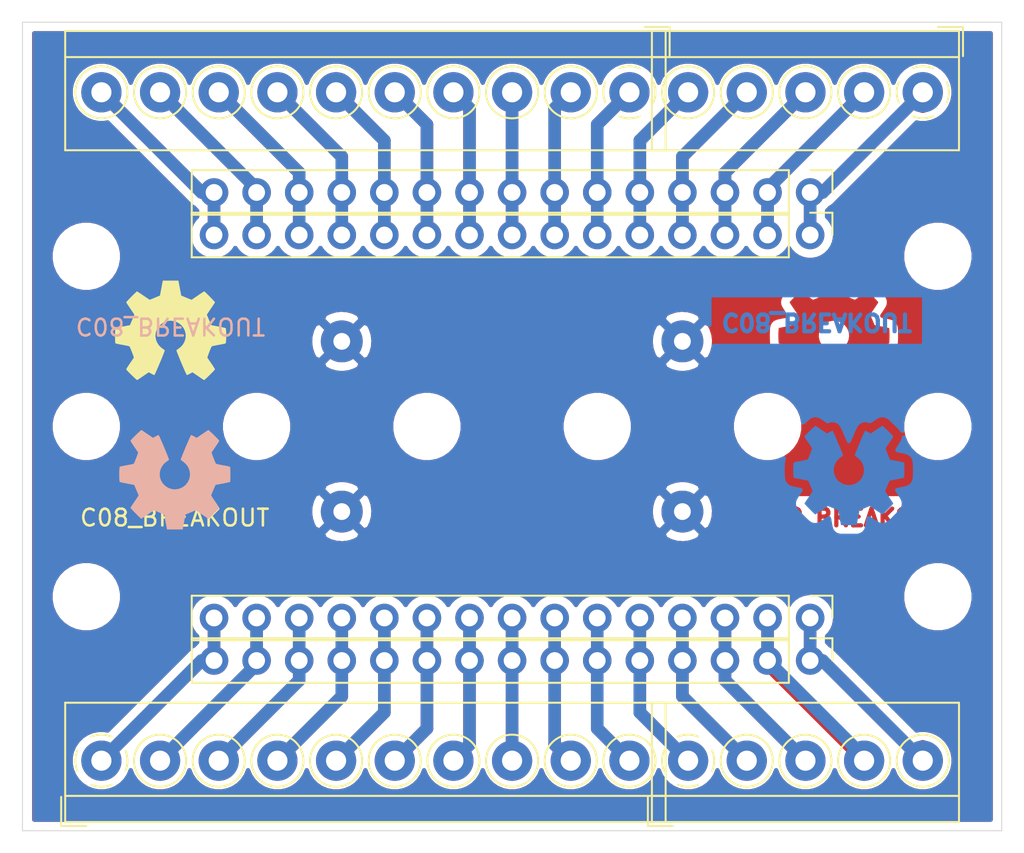
<source format=kicad_pcb>
(kicad_pcb (version 20171130) (host pcbnew 5.1.5-52549c5~86~ubuntu18.04.1)
  (title_block (title "C08 BREAKOUT") (company Galopago))
  (layers (0 F.Cu signal) (31 B.Cu signal) (34 B.Paste user) (35 F.Paste user) (36 B.SilkS user) (37 F.SilkS user) (38 B.Mask user) (39 F.Mask user) (44 Edge.Cuts user))
  (net 0 "")
  (net 1 "Net-(J0-Pad1)")
  (net 2 "Net-(J10-Pad6)")
  (net 3 "Net-(J10-Pad7)")
  (net 4 "Net-(J10-Pad8)")
  (net 5 "Net-(J10-Pad9)")
  (net 6 "Net-(J10-Pad10)")
  (net 7 "Net-(J10-Pad11)")
  (net 8 "Net-(J10-Pad12)")
  (net 9 "Net-(J10-Pad13)")
  (net 10 "Net-(J10-Pad14)")
  (net 11 "Net-(J10-Pad15)")
  (net 12 "Net-(J10-Pad5)")
  (net 13 "Net-(J10-Pad4)")
  (net 14 "Net-(J10-Pad3)")
  (net 15 "Net-(J10-Pad2)")
  (net 16 "Net-(J10-Pad1)")
  (net 17 "Net-(J11-Pad6)")
  (net 18 "Net-(J11-Pad7)")
  (net 19 "Net-(J11-Pad8)")
  (net 20 "Net-(J11-Pad9)")
  (net 21 "Net-(J11-Pad10)")
  (net 22 "Net-(J11-Pad11)")
  (net 23 "Net-(J11-Pad12)")
  (net 24 "Net-(J11-Pad13)")
  (net 25 "Net-(J11-Pad14)")
  (net 26 "Net-(J11-Pad15)")
  (net 27 "Net-(J11-Pad1)")
  (net 28 "Net-(J11-Pad2)")
  (net 29 "Net-(J11-Pad3)")
  (net 30 "Net-(J11-Pad4)")
  (net 31 "Net-(J11-Pad5)")
  (module Connector_PinHeader_2.54mm:PinHeader_1x15_P2.54mm_Vertical (layer F.Cu) (at 66.99 55.56 270)
    (fp_text reference J11 hide)
    (fp_text value Conn_01x15_Female)
    (pad 15 thru_hole oval (at 0 35.56 270) (size 1.7 1.7) (drill 1) (layers *.Cu *.Mask) (net 26 "Net-(J11-Pad15)"))
    (pad 14 thru_hole oval (at 0 33.02 270) (size 1.7 1.7) (drill 1) (layers *.Cu *.Mask) (net 25 "Net-(J11-Pad14)"))
    (pad 13 thru_hole oval (at 0 30.48 270) (size 1.7 1.7) (drill 1) (layers *.Cu *.Mask) (net 24 "Net-(J11-Pad13)"))
    (pad 12 thru_hole oval (at 0 27.94 270) (size 1.7 1.7) (drill 1) (layers *.Cu *.Mask) (net 23 "Net-(J11-Pad12)"))
    (pad 11 thru_hole oval (at 0 25.4 270) (size 1.7 1.7) (drill 1) (layers *.Cu *.Mask) (net 22 "Net-(J11-Pad11)"))
    (pad 10 thru_hole oval (at 0 22.86 270) (size 1.7 1.7) (drill 1) (layers *.Cu *.Mask) (net 21 "Net-(J11-Pad10)"))
    (pad 9 thru_hole oval (at 0 20.32 270) (size 1.7 1.7) (drill 1) (layers *.Cu *.Mask) (net 20 "Net-(J11-Pad9)"))
    (pad 8 thru_hole oval (at 0 17.78 270) (size 1.7 1.7) (drill 1) (layers *.Cu *.Mask) (net 19 "Net-(J11-Pad8)"))
    (pad 7 thru_hole oval (at 0 15.24 270) (size 1.7 1.7) (drill 1) (layers *.Cu *.Mask) (net 18 "Net-(J11-Pad7)"))
    (pad 6 thru_hole oval (at 0 12.7 270) (size 1.7 1.7) (drill 1) (layers *.Cu *.Mask) (net 17 "Net-(J11-Pad6)"))
    (pad 5 thru_hole oval (at 0 10.16 270) (size 1.7 1.7) (drill 1) (layers *.Cu *.Mask) (net 31 "Net-(J11-Pad5)"))
    (pad 4 thru_hole oval (at 0 7.62 270) (size 1.7 1.7) (drill 1) (layers *.Cu *.Mask) (net 30 "Net-(J11-Pad4)"))
    (pad 3 thru_hole oval (at 0 5.08 270) (size 1.7 1.7) (drill 1) (layers *.Cu *.Mask) (net 29 "Net-(J11-Pad3)"))
    (pad 2 thru_hole oval (at 0 2.54 270) (size 1.7 1.7) (drill 1) (layers *.Cu *.Mask) (net 28 "Net-(J11-Pad2)"))
    (pad 1 thru_hole circle (at 0 0 270) (size 1.7 1.7) (drill 1) (layers *.Cu *.Mask) (net 27 "Net-(J11-Pad1)"))
  )
  (module Connector_PinHeader_2.54mm:PinHeader_1x15_P2.54mm_Vertical (layer F.Cu) (at 66.99 32.7 270)
    (fp_text reference J10 hide)
    (fp_text value Conn_01x15_Female)
    (pad 15 thru_hole oval (at 0 35.56 270) (size 1.7 1.7) (drill 1) (layers *.Cu *.Mask) (net 11 "Net-(J10-Pad15)"))
    (pad 14 thru_hole oval (at 0 33.02 270) (size 1.7 1.7) (drill 1) (layers *.Cu *.Mask) (net 10 "Net-(J10-Pad14)"))
    (pad 13 thru_hole oval (at 0 30.48 270) (size 1.7 1.7) (drill 1) (layers *.Cu *.Mask) (net 9 "Net-(J10-Pad13)"))
    (pad 12 thru_hole oval (at 0 27.94 270) (size 1.7 1.7) (drill 1) (layers *.Cu *.Mask) (net 8 "Net-(J10-Pad12)"))
    (pad 11 thru_hole oval (at 0 25.4 270) (size 1.7 1.7) (drill 1) (layers *.Cu *.Mask) (net 7 "Net-(J10-Pad11)"))
    (pad 10 thru_hole oval (at 0 22.86 270) (size 1.7 1.7) (drill 1) (layers *.Cu *.Mask) (net 6 "Net-(J10-Pad10)"))
    (pad 9 thru_hole oval (at 0 20.32 270) (size 1.7 1.7) (drill 1) (layers *.Cu *.Mask) (net 5 "Net-(J10-Pad9)"))
    (pad 8 thru_hole oval (at 0 17.78 270) (size 1.7 1.7) (drill 1) (layers *.Cu *.Mask) (net 4 "Net-(J10-Pad8)"))
    (pad 7 thru_hole oval (at 0 15.24 270) (size 1.7 1.7) (drill 1) (layers *.Cu *.Mask) (net 3 "Net-(J10-Pad7)"))
    (pad 6 thru_hole oval (at 0 12.7 270) (size 1.7 1.7) (drill 1) (layers *.Cu *.Mask) (net 2 "Net-(J10-Pad6)"))
    (pad 5 thru_hole oval (at 0 10.16 270) (size 1.7 1.7) (drill 1) (layers *.Cu *.Mask) (net 12 "Net-(J10-Pad5)"))
    (pad 4 thru_hole oval (at 0 7.62 270) (size 1.7 1.7) (drill 1) (layers *.Cu *.Mask) (net 13 "Net-(J10-Pad4)"))
    (pad 3 thru_hole oval (at 0 5.08 270) (size 1.7 1.7) (drill 1) (layers *.Cu *.Mask) (net 14 "Net-(J10-Pad3)"))
    (pad 2 thru_hole oval (at 0 2.54 270) (size 1.7 1.7) (drill 1) (layers *.Cu *.Mask) (net 15 "Net-(J10-Pad2)"))
    (pad 1 thru_hole circle (at 0 0 270) (size 1.7 1.7) (drill 1) (layers *.Cu *.Mask) (net 16 "Net-(J10-Pad1)"))
  )
  (module TerminalBlock_4Ucon:TerminalBlock_4Ucon_1x05_P3.50mm_Horizontal (layer F.Cu) (at 59.71 64.0792)
    (fp_text reference J7 hide)
    (fp_text value Conn_01x05_Female)
    (pad 5 thru_hole circle (at 14 0) (size 2.4 2.4) (drill 1.2) (layers *.Cu *.Mask) (net 27 "Net-(J11-Pad1)"))
    (pad 4 thru_hole circle (at 10.5 0) (size 2.4 2.4) (drill 1.2) (layers *.Cu *.Mask) (net 28 "Net-(J11-Pad2)"))
    (pad 3 thru_hole circle (at 7 0) (size 2.4 2.4) (drill 1.2) (layers *.Cu *.Mask) (net 29 "Net-(J11-Pad3)"))
    (pad 2 thru_hole circle (at 3.5 0) (size 2.4 2.4) (drill 1.2) (layers *.Cu *.Mask) (net 30 "Net-(J11-Pad4)"))
    (pad 1 thru_hole circle (at 0 0) (size 2.4 2.4) (drill 1.2) (layers *.Cu *.Mask) (net 31 "Net-(J11-Pad5)"))
  )
  (module Connector_PinHeader_2.54mm:PinHeader_1x15_P2.54mm_Vertical (layer F.Cu) (at 66.99 58.1 270)
    (fp_text reference J9 hide)
    (fp_text value Conn_01x15_Female)
    (pad 15 thru_hole oval (at 0 35.56 270) (size 1.7 1.7) (drill 1) (layers *.Cu *.Mask) (net 26 "Net-(J11-Pad15)"))
    (pad 14 thru_hole oval (at 0 33.02 270) (size 1.7 1.7) (drill 1) (layers *.Cu *.Mask) (net 25 "Net-(J11-Pad14)"))
    (pad 13 thru_hole oval (at 0 30.48 270) (size 1.7 1.7) (drill 1) (layers *.Cu *.Mask) (net 24 "Net-(J11-Pad13)"))
    (pad 12 thru_hole oval (at 0 27.94 270) (size 1.7 1.7) (drill 1) (layers *.Cu *.Mask) (net 23 "Net-(J11-Pad12)"))
    (pad 11 thru_hole oval (at 0 25.4 270) (size 1.7 1.7) (drill 1) (layers *.Cu *.Mask) (net 22 "Net-(J11-Pad11)"))
    (pad 10 thru_hole oval (at 0 22.86 270) (size 1.7 1.7) (drill 1) (layers *.Cu *.Mask) (net 21 "Net-(J11-Pad10)"))
    (pad 9 thru_hole oval (at 0 20.32 270) (size 1.7 1.7) (drill 1) (layers *.Cu *.Mask) (net 20 "Net-(J11-Pad9)"))
    (pad 8 thru_hole oval (at 0 17.78 270) (size 1.7 1.7) (drill 1) (layers *.Cu *.Mask) (net 19 "Net-(J11-Pad8)"))
    (pad 7 thru_hole oval (at 0 15.24 270) (size 1.7 1.7) (drill 1) (layers *.Cu *.Mask) (net 18 "Net-(J11-Pad7)"))
    (pad 6 thru_hole oval (at 0 12.7 270) (size 1.7 1.7) (drill 1) (layers *.Cu *.Mask) (net 17 "Net-(J11-Pad6)"))
    (pad 5 thru_hole oval (at 0 10.16 270) (size 1.7 1.7) (drill 1) (layers *.Cu *.Mask) (net 31 "Net-(J11-Pad5)"))
    (pad 4 thru_hole oval (at 0 7.62 270) (size 1.7 1.7) (drill 1) (layers *.Cu *.Mask) (net 30 "Net-(J11-Pad4)"))
    (pad 3 thru_hole oval (at 0 5.08 270) (size 1.7 1.7) (drill 1) (layers *.Cu *.Mask) (net 29 "Net-(J11-Pad3)"))
    (pad 2 thru_hole oval (at 0 2.54 270) (size 1.7 1.7) (drill 1) (layers *.Cu *.Mask) (net 28 "Net-(J11-Pad2)"))
    (pad 1 thru_hole circle (at 0 0 270) (size 1.7 1.7) (drill 1) (layers *.Cu *.Mask) (net 27 "Net-(J11-Pad1)"))
  )
  (module Connector_PinHeader_2.54mm:PinHeader_1x15_P2.54mm_Vertical (layer F.Cu) (at 66.99 30.16 270)
    (fp_text reference J8 hide)
    (fp_text value Conn_01x15_Female)
    (pad 15 thru_hole oval (at 0 35.56 270) (size 1.7 1.7) (drill 1) (layers *.Cu *.Mask) (net 11 "Net-(J10-Pad15)"))
    (pad 14 thru_hole oval (at 0 33.02 270) (size 1.7 1.7) (drill 1) (layers *.Cu *.Mask) (net 10 "Net-(J10-Pad14)"))
    (pad 13 thru_hole oval (at 0 30.48 270) (size 1.7 1.7) (drill 1) (layers *.Cu *.Mask) (net 9 "Net-(J10-Pad13)"))
    (pad 12 thru_hole oval (at 0 27.94 270) (size 1.7 1.7) (drill 1) (layers *.Cu *.Mask) (net 8 "Net-(J10-Pad12)"))
    (pad 11 thru_hole oval (at 0 25.4 270) (size 1.7 1.7) (drill 1) (layers *.Cu *.Mask) (net 7 "Net-(J10-Pad11)"))
    (pad 10 thru_hole oval (at 0 22.86 270) (size 1.7 1.7) (drill 1) (layers *.Cu *.Mask) (net 6 "Net-(J10-Pad10)"))
    (pad 9 thru_hole oval (at 0 20.32 270) (size 1.7 1.7) (drill 1) (layers *.Cu *.Mask) (net 5 "Net-(J10-Pad9)"))
    (pad 8 thru_hole oval (at 0 17.78 270) (size 1.7 1.7) (drill 1) (layers *.Cu *.Mask) (net 4 "Net-(J10-Pad8)"))
    (pad 7 thru_hole oval (at 0 15.24 270) (size 1.7 1.7) (drill 1) (layers *.Cu *.Mask) (net 3 "Net-(J10-Pad7)"))
    (pad 6 thru_hole oval (at 0 12.7 270) (size 1.7 1.7) (drill 1) (layers *.Cu *.Mask) (net 2 "Net-(J10-Pad6)"))
    (pad 5 thru_hole oval (at 0 10.16 270) (size 1.7 1.7) (drill 1) (layers *.Cu *.Mask) (net 12 "Net-(J10-Pad5)"))
    (pad 4 thru_hole oval (at 0 7.62 270) (size 1.7 1.7) (drill 1) (layers *.Cu *.Mask) (net 13 "Net-(J10-Pad4)"))
    (pad 3 thru_hole oval (at 0 5.08 270) (size 1.7 1.7) (drill 1) (layers *.Cu *.Mask) (net 14 "Net-(J10-Pad3)"))
    (pad 2 thru_hole oval (at 0 2.54 270) (size 1.7 1.7) (drill 1) (layers *.Cu *.Mask) (net 15 "Net-(J10-Pad2)"))
    (pad 1 thru_hole circle (at 0 0 270) (size 1.7 1.7) (drill 1) (layers *.Cu *.Mask) (net 16 "Net-(J10-Pad1)"))
  )
  (module TerminalBlock_4Ucon:TerminalBlock_4Ucon_1x05_P3.50mm_Horizontal (layer F.Cu) (at 73.71 24.1808 180)
    (fp_text reference J5 hide)
    (fp_text value Conn_01x05_Female)
    (pad 5 thru_hole circle (at 14 0 180) (size 2.4 2.4) (drill 1.2) (layers *.Cu *.Mask) (net 12 "Net-(J10-Pad5)"))
    (pad 4 thru_hole circle (at 10.5 0 180) (size 2.4 2.4) (drill 1.2) (layers *.Cu *.Mask) (net 13 "Net-(J10-Pad4)"))
    (pad 3 thru_hole circle (at 7 0 180) (size 2.4 2.4) (drill 1.2) (layers *.Cu *.Mask) (net 14 "Net-(J10-Pad3)"))
    (pad 2 thru_hole circle (at 3.5 0 180) (size 2.4 2.4) (drill 1.2) (layers *.Cu *.Mask) (net 15 "Net-(J10-Pad2)"))
    (pad 1 thru_hole circle (at 0 0 180) (size 2.4 2.4) (drill 1.2) (layers *.Cu *.Mask) (net 16 "Net-(J10-Pad1)"))
  )
  (module Symbol:OSHW-Symbol_6.7x6mm_Copper (layer B.Cu) (at 69.2912 47.0408)
    (fp_text reference REF** hide)
    (fp_text value OSHW-Symbol_6.7x6mm_Copper hide)
    (fp_poly (pts (xy 0.555814 2.531069) (xy 0.639635 2.086445) (xy 0.94892 1.958947) (xy 1.258206 1.831449) (xy 1.629246 2.083754) (xy 1.733157 2.154004) (xy 1.827087 2.216728) (xy 1.906652 2.269062) (xy 1.96747 2.308143) (xy 2.005157 2.331107) (xy 2.015421 2.336058) (xy 2.03391 2.323324) (xy 2.07342 2.288118) (xy 2.129522 2.234938) (xy 2.197787 2.168282) (xy 2.273786 2.092646) (xy 2.353092 2.012528) (xy 2.431275 1.932426) (xy 2.503907 1.856836) (xy 2.566559 1.790255) (xy 2.614803 1.737182) (xy 2.64421 1.702113) (xy 2.651241 1.690377) (xy 2.641123 1.66874) (xy 2.612759 1.621338) (xy 2.569129 1.552807) (xy 2.513218 1.467785) (xy 2.448006 1.370907) (xy 2.410219 1.31565) (xy 2.341343 1.214752) (xy 2.28014 1.123701) (xy 2.229578 1.04703) (xy 2.192628 0.989272) (xy 2.172258 0.954957) (xy 2.169197 0.947746) (xy 2.176136 0.927252) (xy 2.195051 0.879487) (xy 2.223087 0.811168) (xy 2.257391 0.729011) (xy 2.295109 0.63973) (xy 2.333387 0.550042) (xy 2.36937 0.466662) (xy 2.400206 0.396306) (xy 2.423039 0.34569) (xy 2.435017 0.321529) (xy 2.435724 0.320578) (xy 2.454531 0.315964) (xy 2.504618 0.305672) (xy 2.580793 0.290713) (xy 2.677865 0.272099) (xy 2.790643 0.250841) (xy 2.856442 0.238582) (xy 2.97695 0.215638) (xy 3.085797 0.193805) (xy 3.177476 0.174278) (xy 3.246481 0.158252) (xy 3.287304 0.146921) (xy 3.295511 0.143326) (xy 3.303548 0.118994) (xy 3.310033 0.064041) (xy 3.31497 -0.015108) (xy 3.318364 -0.112026) (xy 3.320218 -0.220287) (xy 3.320538 -0.333465) (xy 3.319327 -0.445135) (xy 3.31659 -0.548868) (xy 3.312331 -0.638241) (xy 3.306555 -0.706826) (xy 3.299267 -0.748197) (xy 3.294895 -0.75681) (xy 3.268764 -0.767133) (xy 3.213393 -0.781892) (xy 3.136107 -0.799352) (xy 3.04423 -0.81778) (xy 3.012158 -0.823741) (xy 2.857524 -0.852066) (xy 2.735375 -0.874876) (xy 2.641673 -0.89308) (xy 2.572384 -0.907583) (xy 2.523471 -0.919292) (xy 2.490897 -0.929115) (xy 2.470628 -0.937956) (xy 2.458626 -0.946724) (xy 2.456947 -0.948457) (xy 2.440184 -0.976371) (xy 2.414614 -1.030695) (xy 2.382788 -1.104777) (xy 2.34726 -1.191965) (xy 2.310583 -1.285608) (xy 2.275311 -1.379052) (xy 2.243996 -1.465647) (xy 2.219193 -1.53874) (xy 2.203454 -1.591678) (xy 2.199332 -1.617811) (xy 2.199676 -1.618726) (xy 2.213641 -1.640086) (xy 2.245322 -1.687084) (xy 2.291391 -1.754827) (xy 2.348518 -1.838423) (xy 2.413373 -1.932982) (xy 2.431843 -1.959854) (xy 2.497699 -2.057275) (xy 2.55565 -2.146163) (xy 2.602538 -2.221412) (xy 2.635207 -2.27792) (xy 2.6505 -2.310581) (xy 2.651241 -2.314593) (xy 2.638392 -2.335684) (xy 2.602888 -2.377464) (xy 2.549293 -2.435445) (xy 2.482171 -2.505135) (xy 2.406087 -2.582045) (xy 2.325604 -2.661683) (xy 2.245287 -2.739561) (xy 2.169699 -2.811186) (xy 2.103405 -2.87207) (xy 2.050969 -2.917721) (xy 2.016955 -2.94365) (xy 2.007545 -2.947883) (xy 1.985643 -2.937912) (xy 1.9408 -2.91102) (xy 1.880321 -2.871736) (xy 1.833789 -2.840117) (xy 1.749475 -2.782098) (xy 1.649626 -2.713784) (xy 1.549473 -2.645579) (xy 1.495627 -2.609075) (xy 1.313371 -2.4858) (xy 1.160381 -2.56852) (xy 1.090682 -2.604759) (xy 1.031414 -2.632926) (xy 0.991311 -2.648991) (xy 0.981103 -2.651226) (xy 0.968829 -2.634722) (xy 0.944613 -2.588082) (xy 0.910263 -2.515609) (xy 0.867588 -2.421606) (xy 0.818394 -2.310374) (xy 0.76449 -2.186215) (xy 0.707684 -2.053432) (xy 0.649782 -1.916327) (xy 0.592593 -1.779202) (xy 0.537924 -1.646358) (xy 0.487584 -1.522098) (xy 0.44338 -1.410725) (xy 0.407119 -1.316539) (xy 0.380609 -1.243844) (xy 0.365658 -1.196941) (xy 0.363254 -1.180833) (xy 0.382311 -1.160286) (xy 0.424036 -1.126933) (xy 0.479706 -1.087702) (xy 0.484378 -1.084599) (xy 0.628264 -0.969423) (xy 0.744283 -0.835053) (xy 0.83143 -0.685784) (xy 0.888699 -0.525913) (xy 0.915086 -0.359737) (xy 0.909585 -0.191552) (xy 0.87119 -0.025655) (xy 0.798895 0.133658) (xy 0.777626 0.168513) (xy 0.666996 0.309263) (xy 0.536302 0.422286) (xy 0.390064 0.506997) (xy 0.232808 0.562806) (xy 0.069057 0.589126) (xy -0.096667 0.58537) (xy -0.259838 0.55095) (xy -0.415935 0.485277) (xy -0.560433 0.387765) (xy -0.605131 0.348187) (xy -0.718888 0.224297) (xy -0.801782 0.093876) (xy -0.858644 -0.052315) (xy -0.890313 -0.197088) (xy -0.898131 -0.35986) (xy -0.872062 -0.52344) (xy -0.814755 -0.682298) (xy -0.728856 -0.830906) (xy -0.617014 -0.963735) (xy -0.481877 -1.075256) (xy -0.464117 -1.087011) (xy -0.40785 -1.125508) (xy -0.365077 -1.158863) (xy -0.344628 -1.18016) (xy -0.344331 -1.180833) (xy -0.348721 -1.203871) (xy -0.366124 -1.256157) (xy -0.394732 -1.33339) (xy -0.432735 -1.431268) (xy -0.478326 -1.545491) (xy -0.529697 -1.671758) (xy -0.585038 -1.805767) (xy -0.642542 -1.943218) (xy -0.700399 -2.079808) (xy -0.756802 -2.211237) (xy -0.809942 -2.333205) (xy -0.85801 -2.441409) (xy -0.899199 -2.531549) (xy -0.931699 -2.599323) (xy -0.953703 -2.64043) (xy -0.962564 -2.651226) (xy -0.98964 -2.642819) (xy -1.040303 -2.620272) (xy -1.105817 -2.587613) (xy -1.141841 -2.56852) (xy -1.294832 -2.4858) (xy -1.477088 -2.609075) (xy -1.570125 -2.672228) (xy -1.671985 -2.741727) (xy -1.767438 -2.807165) (xy -1.81525 -2.840117) (xy -1.882495 -2.885273) (xy -1.939436 -2.921057) (xy -1.978646 -2.942938) (xy -1.991381 -2.947563) (xy -2.009917 -2.935085) (xy -2.050941 -2.900252) (xy -2.110475 -2.846678) (xy -2.184542 -2.777983) (xy -2.269165 -2.697781) (xy -2.322685 -2.646286) (xy -2.416319 -2.554286) (xy -2.497241 -2.471999) (xy -2.562177 -2.402945) (xy -2.607858 -2.350644) (xy -2.631011 -2.318616) (xy -2.633232 -2.312116) (xy -2.622924 -2.287394) (xy -2.594439 -2.237405) (xy -2.550937 -2.167212) (xy -2.495577 -2.081875) (xy -2.43152 -1.986456) (xy -2.413303 -1.959854) (xy -2.346927 -1.863167) (xy -2.287378 -1.776117) (xy -2.237984 -1.703595) (xy -2.202075 -1.650493) (xy -2.182981 -1.621703) (xy -2.181136 -1.618726) (xy -2.183895 -1.595782) (xy -2.198538 -1.545336) (xy -2.222513 -1.474041) (xy -2.253266 -1.388547) (xy -2.288244 -1.295507) (xy -2.324893 -1.201574) (xy -2.360661 -1.113399) (xy -2.392994 -1.037634) (xy -2.419338 -0.980931) (xy -2.437142 -0.949943) (xy -2.438407 -0.948457) (xy -2.449294 -0.939601) (xy -2.467682 -0.930843) (xy -2.497606 -0.921277) (xy -2.543103 -0.909996) (xy -2.608209 -0.896093) (xy -2.696961 -0.878663) (xy -2.813393 -0.856798) (xy -2.961542 -0.829591) (xy -2.993618 -0.823741) (xy -3.088686 -0.805374) (xy -3.171565 -0.787405) (xy -3.23493 -0.771569) (xy -3.271458 -0.7596) (xy -3.276356 -0.75681) (xy -3.284427 -0.732072) (xy -3.290987 -0.67679) (xy -3.296033 -0.597389) (xy -3.299559 -0.500296) (xy -3.301561 -0.391938) (xy -3.302036 -0.27874) (xy -3.300977 -0.167128) (xy -3.298382 -0.063529) (xy -3.294246 0.025632) (xy -3.288563 0.093928) (xy -3.281331 0.134934) (xy -3.276971 0.143326) (xy -3.252698 0.151792) (xy -3.197426 0.165565) (xy -3.116662 0.18345) (xy -3.015912 0.204252) (xy -2.900683 0.226777) (xy -2.837902 0.238582) (xy -2.718787 0.260849) (xy -2.612565 0.281021) (xy -2.524427 0.298085) (xy -2.459566 0.311031) (xy -2.423174 0.318845) (xy -2.417184 0.320578) (xy -2.407061 0.34011) (xy -2.385662 0.387157) (xy -2.355839 0.454997) (xy -2.320445 0.536909) (xy -2.282332 0.626172) (xy -2.244353 0.716065) (xy -2.20936 0.799865) (xy -2.180206 0.870853) (xy -2.159743 0.922306) (xy -2.150823 0.947503) (xy -2.150657 0.948604) (xy -2.160769 0.968481) (xy -2.189117 1.014223) (xy -2.232723 1.081283) (xy -2.288606 1.165116) (xy -2.353787 1.261174) (xy -2.391679 1.31635) (xy -2.460725 1.417519) (xy -2.52205 1.50937) (xy -2.572663 1.587256) (xy -2.609571 1.646531) (xy -2.629782 1.682549) (xy -2.632701 1.690623) (xy -2.620153 1.709416) (xy -2.585463 1.749543) (xy -2.533063 1.806507) (xy -2.467384 1.875815) (xy -2.392856 1.952969) (xy -2.313913 2.033475) (xy -2.234983 2.112837) (xy -2.1605 2.18656) (xy -2.094894 2.250148) (xy -2.042596 2.299106) (xy -2.008039 2.328939) (xy -1.996478 2.336058) (xy -1.977654 2.326047) (xy -1.932631 2.297922) (xy -1.865787 2.254546) (xy -1.781499 2.198782) (xy -1.684144 2.133494) (xy -1.610707 2.083754) (xy -1.239667 1.831449) (xy -0.621095 2.086445) (xy -0.537275 2.531069) (xy -0.453454 2.975693) (xy 0.471994 2.975693) (xy 0.555814 2.531069)) (layer B.Cu) (width 0.01))
  )
  (module Symbol:OSHW-Symbol_6.7x6mm_Copper (layer F.Cu) (at 68.4022 38.4048)
    (fp_text reference REF** hide)
    (fp_text value OSHW-Symbol_6.7x6mm_Copper hide)
    (fp_poly (pts (xy 0.555814 -2.531069) (xy 0.639635 -2.086445) (xy 0.94892 -1.958947) (xy 1.258206 -1.831449) (xy 1.629246 -2.083754) (xy 1.733157 -2.154004) (xy 1.827087 -2.216728) (xy 1.906652 -2.269062) (xy 1.96747 -2.308143) (xy 2.005157 -2.331107) (xy 2.015421 -2.336058) (xy 2.03391 -2.323324) (xy 2.07342 -2.288118) (xy 2.129522 -2.234938) (xy 2.197787 -2.168282) (xy 2.273786 -2.092646) (xy 2.353092 -2.012528) (xy 2.431275 -1.932426) (xy 2.503907 -1.856836) (xy 2.566559 -1.790255) (xy 2.614803 -1.737182) (xy 2.64421 -1.702113) (xy 2.651241 -1.690377) (xy 2.641123 -1.66874) (xy 2.612759 -1.621338) (xy 2.569129 -1.552807) (xy 2.513218 -1.467785) (xy 2.448006 -1.370907) (xy 2.410219 -1.31565) (xy 2.341343 -1.214752) (xy 2.28014 -1.123701) (xy 2.229578 -1.04703) (xy 2.192628 -0.989272) (xy 2.172258 -0.954957) (xy 2.169197 -0.947746) (xy 2.176136 -0.927252) (xy 2.195051 -0.879487) (xy 2.223087 -0.811168) (xy 2.257391 -0.729011) (xy 2.295109 -0.63973) (xy 2.333387 -0.550042) (xy 2.36937 -0.466662) (xy 2.400206 -0.396306) (xy 2.423039 -0.34569) (xy 2.435017 -0.321529) (xy 2.435724 -0.320578) (xy 2.454531 -0.315964) (xy 2.504618 -0.305672) (xy 2.580793 -0.290713) (xy 2.677865 -0.272099) (xy 2.790643 -0.250841) (xy 2.856442 -0.238582) (xy 2.97695 -0.215638) (xy 3.085797 -0.193805) (xy 3.177476 -0.174278) (xy 3.246481 -0.158252) (xy 3.287304 -0.146921) (xy 3.295511 -0.143326) (xy 3.303548 -0.118994) (xy 3.310033 -0.064041) (xy 3.31497 0.015108) (xy 3.318364 0.112026) (xy 3.320218 0.220287) (xy 3.320538 0.333465) (xy 3.319327 0.445135) (xy 3.31659 0.548868) (xy 3.312331 0.638241) (xy 3.306555 0.706826) (xy 3.299267 0.748197) (xy 3.294895 0.75681) (xy 3.268764 0.767133) (xy 3.213393 0.781892) (xy 3.136107 0.799352) (xy 3.04423 0.81778) (xy 3.012158 0.823741) (xy 2.857524 0.852066) (xy 2.735375 0.874876) (xy 2.641673 0.89308) (xy 2.572384 0.907583) (xy 2.523471 0.919292) (xy 2.490897 0.929115) (xy 2.470628 0.937956) (xy 2.458626 0.946724) (xy 2.456947 0.948457) (xy 2.440184 0.976371) (xy 2.414614 1.030695) (xy 2.382788 1.104777) (xy 2.34726 1.191965) (xy 2.310583 1.285608) (xy 2.275311 1.379052) (xy 2.243996 1.465647) (xy 2.219193 1.53874) (xy 2.203454 1.591678) (xy 2.199332 1.617811) (xy 2.199676 1.618726) (xy 2.213641 1.640086) (xy 2.245322 1.687084) (xy 2.291391 1.754827) (xy 2.348518 1.838423) (xy 2.413373 1.932982) (xy 2.431843 1.959854) (xy 2.497699 2.057275) (xy 2.55565 2.146163) (xy 2.602538 2.221412) (xy 2.635207 2.27792) (xy 2.6505 2.310581) (xy 2.651241 2.314593) (xy 2.638392 2.335684) (xy 2.602888 2.377464) (xy 2.549293 2.435445) (xy 2.482171 2.505135) (xy 2.406087 2.582045) (xy 2.325604 2.661683) (xy 2.245287 2.739561) (xy 2.169699 2.811186) (xy 2.103405 2.87207) (xy 2.050969 2.917721) (xy 2.016955 2.94365) (xy 2.007545 2.947883) (xy 1.985643 2.937912) (xy 1.9408 2.91102) (xy 1.880321 2.871736) (xy 1.833789 2.840117) (xy 1.749475 2.782098) (xy 1.649626 2.713784) (xy 1.549473 2.645579) (xy 1.495627 2.609075) (xy 1.313371 2.4858) (xy 1.160381 2.56852) (xy 1.090682 2.604759) (xy 1.031414 2.632926) (xy 0.991311 2.648991) (xy 0.981103 2.651226) (xy 0.968829 2.634722) (xy 0.944613 2.588082) (xy 0.910263 2.515609) (xy 0.867588 2.421606) (xy 0.818394 2.310374) (xy 0.76449 2.186215) (xy 0.707684 2.053432) (xy 0.649782 1.916327) (xy 0.592593 1.779202) (xy 0.537924 1.646358) (xy 0.487584 1.522098) (xy 0.44338 1.410725) (xy 0.407119 1.316539) (xy 0.380609 1.243844) (xy 0.365658 1.196941) (xy 0.363254 1.180833) (xy 0.382311 1.160286) (xy 0.424036 1.126933) (xy 0.479706 1.087702) (xy 0.484378 1.084599) (xy 0.628264 0.969423) (xy 0.744283 0.835053) (xy 0.83143 0.685784) (xy 0.888699 0.525913) (xy 0.915086 0.359737) (xy 0.909585 0.191552) (xy 0.87119 0.025655) (xy 0.798895 -0.133658) (xy 0.777626 -0.168513) (xy 0.666996 -0.309263) (xy 0.536302 -0.422286) (xy 0.390064 -0.506997) (xy 0.232808 -0.562806) (xy 0.069057 -0.589126) (xy -0.096667 -0.58537) (xy -0.259838 -0.55095) (xy -0.415935 -0.485277) (xy -0.560433 -0.387765) (xy -0.605131 -0.348187) (xy -0.718888 -0.224297) (xy -0.801782 -0.093876) (xy -0.858644 0.052315) (xy -0.890313 0.197088) (xy -0.898131 0.35986) (xy -0.872062 0.52344) (xy -0.814755 0.682298) (xy -0.728856 0.830906) (xy -0.617014 0.963735) (xy -0.481877 1.075256) (xy -0.464117 1.087011) (xy -0.40785 1.125508) (xy -0.365077 1.158863) (xy -0.344628 1.18016) (xy -0.344331 1.180833) (xy -0.348721 1.203871) (xy -0.366124 1.256157) (xy -0.394732 1.33339) (xy -0.432735 1.431268) (xy -0.478326 1.545491) (xy -0.529697 1.671758) (xy -0.585038 1.805767) (xy -0.642542 1.943218) (xy -0.700399 2.079808) (xy -0.756802 2.211237) (xy -0.809942 2.333205) (xy -0.85801 2.441409) (xy -0.899199 2.531549) (xy -0.931699 2.599323) (xy -0.953703 2.64043) (xy -0.962564 2.651226) (xy -0.98964 2.642819) (xy -1.040303 2.620272) (xy -1.105817 2.587613) (xy -1.141841 2.56852) (xy -1.294832 2.4858) (xy -1.477088 2.609075) (xy -1.570125 2.672228) (xy -1.671985 2.741727) (xy -1.767438 2.807165) (xy -1.81525 2.840117) (xy -1.882495 2.885273) (xy -1.939436 2.921057) (xy -1.978646 2.942938) (xy -1.991381 2.947563) (xy -2.009917 2.935085) (xy -2.050941 2.900252) (xy -2.110475 2.846678) (xy -2.184542 2.777983) (xy -2.269165 2.697781) (xy -2.322685 2.646286) (xy -2.416319 2.554286) (xy -2.497241 2.471999) (xy -2.562177 2.402945) (xy -2.607858 2.350644) (xy -2.631011 2.318616) (xy -2.633232 2.312116) (xy -2.622924 2.287394) (xy -2.594439 2.237405) (xy -2.550937 2.167212) (xy -2.495577 2.081875) (xy -2.43152 1.986456) (xy -2.413303 1.959854) (xy -2.346927 1.863167) (xy -2.287378 1.776117) (xy -2.237984 1.703595) (xy -2.202075 1.650493) (xy -2.182981 1.621703) (xy -2.181136 1.618726) (xy -2.183895 1.595782) (xy -2.198538 1.545336) (xy -2.222513 1.474041) (xy -2.253266 1.388547) (xy -2.288244 1.295507) (xy -2.324893 1.201574) (xy -2.360661 1.113399) (xy -2.392994 1.037634) (xy -2.419338 0.980931) (xy -2.437142 0.949943) (xy -2.438407 0.948457) (xy -2.449294 0.939601) (xy -2.467682 0.930843) (xy -2.497606 0.921277) (xy -2.543103 0.909996) (xy -2.608209 0.896093) (xy -2.696961 0.878663) (xy -2.813393 0.856798) (xy -2.961542 0.829591) (xy -2.993618 0.823741) (xy -3.088686 0.805374) (xy -3.171565 0.787405) (xy -3.23493 0.771569) (xy -3.271458 0.7596) (xy -3.276356 0.75681) (xy -3.284427 0.732072) (xy -3.290987 0.67679) (xy -3.296033 0.597389) (xy -3.299559 0.500296) (xy -3.301561 0.391938) (xy -3.302036 0.27874) (xy -3.300977 0.167128) (xy -3.298382 0.063529) (xy -3.294246 -0.025632) (xy -3.288563 -0.093928) (xy -3.281331 -0.134934) (xy -3.276971 -0.143326) (xy -3.252698 -0.151792) (xy -3.197426 -0.165565) (xy -3.116662 -0.18345) (xy -3.015912 -0.204252) (xy -2.900683 -0.226777) (xy -2.837902 -0.238582) (xy -2.718787 -0.260849) (xy -2.612565 -0.281021) (xy -2.524427 -0.298085) (xy -2.459566 -0.311031) (xy -2.423174 -0.318845) (xy -2.417184 -0.320578) (xy -2.407061 -0.34011) (xy -2.385662 -0.387157) (xy -2.355839 -0.454997) (xy -2.320445 -0.536909) (xy -2.282332 -0.626172) (xy -2.244353 -0.716065) (xy -2.20936 -0.799865) (xy -2.180206 -0.870853) (xy -2.159743 -0.922306) (xy -2.150823 -0.947503) (xy -2.150657 -0.948604) (xy -2.160769 -0.968481) (xy -2.189117 -1.014223) (xy -2.232723 -1.081283) (xy -2.288606 -1.165116) (xy -2.353787 -1.261174) (xy -2.391679 -1.31635) (xy -2.460725 -1.417519) (xy -2.52205 -1.50937) (xy -2.572663 -1.587256) (xy -2.609571 -1.646531) (xy -2.629782 -1.682549) (xy -2.632701 -1.690623) (xy -2.620153 -1.709416) (xy -2.585463 -1.749543) (xy -2.533063 -1.806507) (xy -2.467384 -1.875815) (xy -2.392856 -1.952969) (xy -2.313913 -2.033475) (xy -2.234983 -2.112837) (xy -2.1605 -2.18656) (xy -2.094894 -2.250148) (xy -2.042596 -2.299106) (xy -2.008039 -2.328939) (xy -1.996478 -2.336058) (xy -1.977654 -2.326047) (xy -1.932631 -2.297922) (xy -1.865787 -2.254546) (xy -1.781499 -2.198782) (xy -1.684144 -2.133494) (xy -1.610707 -2.083754) (xy -1.239667 -1.831449) (xy -0.621095 -2.086445) (xy -0.537275 -2.531069) (xy -0.453454 -2.975693) (xy 0.471994 -2.975693) (xy 0.555814 -2.531069)) (layer F.Cu) (width 0.01))
  )
  (module Symbol:OSHW-Symbol_6.7x6mm_SilkScreen (layer B.Cu) (at 29.083 47.2948)
    (fp_text reference REF** hide)
    (fp_text value OSHW-Symbol_6.7x6mm_SilkScreen hide)
  )
  (module Symbol:OSHW-Symbol_6.7x6mm_SilkScreen (layer F.Cu) (at 28.829 38.4048)
    (fp_text reference REF** hide)
    (fp_text value OSHW-Symbol_6.7x6mm_SilkScreen hide)
  )
  (module TerminalBlock_4Ucon:TerminalBlock_4Ucon_1x10_P3.50mm_Horizontal (layer F.Cu) (at 24.71 64.0792)
    (fp_text reference J6 hide)
    (fp_text value Conn_01x10_Female)
    (pad 10 thru_hole circle (at 31.5 0) (size 2.4 2.4) (drill 1.2) (layers *.Cu *.Mask) (net 17 "Net-(J11-Pad6)"))
    (pad 9 thru_hole circle (at 28 0) (size 2.4 2.4) (drill 1.2) (layers *.Cu *.Mask) (net 18 "Net-(J11-Pad7)"))
    (pad 8 thru_hole circle (at 24.5 0) (size 2.4 2.4) (drill 1.2) (layers *.Cu *.Mask) (net 19 "Net-(J11-Pad8)"))
    (pad 7 thru_hole circle (at 21 0) (size 2.4 2.4) (drill 1.2) (layers *.Cu *.Mask) (net 20 "Net-(J11-Pad9)"))
    (pad 6 thru_hole circle (at 17.5 0) (size 2.4 2.4) (drill 1.2) (layers *.Cu *.Mask) (net 21 "Net-(J11-Pad10)"))
    (pad 5 thru_hole circle (at 14 0) (size 2.4 2.4) (drill 1.2) (layers *.Cu *.Mask) (net 22 "Net-(J11-Pad11)"))
    (pad 4 thru_hole circle (at 10.5 0) (size 2.4 2.4) (drill 1.2) (layers *.Cu *.Mask) (net 23 "Net-(J11-Pad12)"))
    (pad 3 thru_hole circle (at 7 0) (size 2.4 2.4) (drill 1.2) (layers *.Cu *.Mask) (net 24 "Net-(J11-Pad13)"))
    (pad 2 thru_hole circle (at 3.5 0) (size 2.4 2.4) (drill 1.2) (layers *.Cu *.Mask) (net 25 "Net-(J11-Pad14)"))
    (pad 1 thru_hole circle (at 0 0) (size 2.4 2.4) (drill 1.2) (layers *.Cu *.Mask) (net 26 "Net-(J11-Pad15)"))
  )
  (module TerminalBlock_4Ucon:TerminalBlock_4Ucon_1x10_P3.50mm_Horizontal (layer F.Cu) (at 56.21 24.1808 180)
    (fp_text reference J4 hide)
    (fp_text value Conn_01x10_Female)
    (pad 1 thru_hole circle (at 0 0 180) (size 2.4 2.4) (drill 1.2) (layers *.Cu *.Mask) (net 2 "Net-(J10-Pad6)"))
    (pad 2 thru_hole circle (at 3.5 0 180) (size 2.4 2.4) (drill 1.2) (layers *.Cu *.Mask) (net 3 "Net-(J10-Pad7)"))
    (pad 3 thru_hole circle (at 7 0 180) (size 2.4 2.4) (drill 1.2) (layers *.Cu *.Mask) (net 4 "Net-(J10-Pad8)"))
    (pad 4 thru_hole circle (at 10.5 0 180) (size 2.4 2.4) (drill 1.2) (layers *.Cu *.Mask) (net 5 "Net-(J10-Pad9)"))
    (pad 5 thru_hole circle (at 14 0 180) (size 2.4 2.4) (drill 1.2) (layers *.Cu *.Mask) (net 6 "Net-(J10-Pad10)"))
    (pad 6 thru_hole circle (at 17.5 0 180) (size 2.4 2.4) (drill 1.2) (layers *.Cu *.Mask) (net 7 "Net-(J10-Pad11)"))
    (pad 7 thru_hole circle (at 21 0 180) (size 2.4 2.4) (drill 1.2) (layers *.Cu *.Mask) (net 8 "Net-(J10-Pad12)"))
    (pad 8 thru_hole circle (at 24.5 0 180) (size 2.4 2.4) (drill 1.2) (layers *.Cu *.Mask) (net 9 "Net-(J10-Pad13)"))
    (pad 9 thru_hole circle (at 28 0 180) (size 2.4 2.4) (drill 1.2) (layers *.Cu *.Mask) (net 10 "Net-(J10-Pad14)"))
    (pad 10 thru_hole circle (at 31.5 0 180) (size 2.4 2.4) (drill 1.2) (layers *.Cu *.Mask) (net 11 "Net-(J10-Pad15)"))
  )
  (module Connector_Wire:SolderWirePad_1x01_Drill1mm (layer F.Cu) (at 59.37 49.21)
    (fp_text reference J3 hide)
    (fp_text value Conn_01x01_Male)
    (pad 1 thru_hole circle (at 0 0) (size 2.49936 2.49936) (drill 1.00076) (layers *.Cu *.Mask) (net 1 "Net-(J0-Pad1)"))
  )
  (module Connector_Wire:SolderWirePad_1x01_Drill1mm (layer F.Cu) (at 59.37 39.05)
    (fp_text reference J2 hide)
    (fp_text value Conn_01x01_Male)
    (pad 1 thru_hole circle (at 0 0) (size 2.49936 2.49936) (drill 1.00076) (layers *.Cu *.Mask) (net 1 "Net-(J0-Pad1)"))
  )
  (module Connector_Wire:SolderWirePad_1x01_Drill1mm (layer F.Cu) (at 39.05 39.05)
    (fp_text reference J1 hide)
    (fp_text value Conn_01x01_Male)
    (pad 1 thru_hole circle (at 0 0) (size 2.49936 2.49936) (drill 1.00076) (layers *.Cu *.Mask) (net 1 "Net-(J0-Pad1)"))
  )
  (module Connector_Wire:SolderWirePad_1x01_Drill1mm (layer F.Cu) (at 39.05 49.21)
    (fp_text reference J0 hide)
    (fp_text value Conn_01x01_Male)
    (pad 1 thru_hole circle (at 0 0) (size 2.49936 2.49936) (drill 1.00076) (layers *.Cu *.Mask) (net 1 "Net-(J0-Pad1)"))
  )
  (module MountingHole:MountingHole_3mm (layer F.Cu) (at 74.61 54.29)
    (fp_text reference HD6 hide)
    (fp_text value MountingHole)
    (pad 1 np_thru_hole circle (at 0 0) (size 3 3) (drill 3) (layers *.Cu *.Mask))
  )
  (module MountingHole:MountingHole_3mm (layer F.Cu) (at 23.81 54.29)
    (fp_text reference HD0 hide)
    (fp_text value MountingHole)
    (pad 1 np_thru_hole circle (at 0 0) (size 3 3) (drill 3) (layers *.Cu *.Mask))
  )
  (module MountingHole:MountingHole_3mm (layer F.Cu) (at 74.61 44.13)
    (fp_text reference HC5 hide)
    (fp_text value MountingHole)
    (pad 1 np_thru_hole circle (at 0 0) (size 3 3) (drill 3) (layers *.Cu *.Mask))
  )
  (module MountingHole:MountingHole_3mm (layer F.Cu) (at 64.45 44.13)
    (fp_text reference HC4 hide)
    (fp_text value MountingHole)
    (pad 1 np_thru_hole circle (at 0 0) (size 3 3) (drill 3) (layers *.Cu *.Mask))
  )
  (module MountingHole:MountingHole_3mm (layer F.Cu) (at 54.29 44.13)
    (fp_text reference HC3 hide)
    (fp_text value MountingHole)
    (pad 1 np_thru_hole circle (at 0 0) (size 3 3) (drill 3) (layers *.Cu *.Mask))
  )
  (module MountingHole:MountingHole_3mm (layer F.Cu) (at 44.13 44.13)
    (fp_text reference HC2 hide)
    (fp_text value MountingHole)
    (pad 1 np_thru_hole circle (at 0 0) (size 3 3) (drill 3) (layers *.Cu *.Mask))
  )
  (module MountingHole:MountingHole_3mm (layer F.Cu) (at 33.97 44.13)
    (fp_text reference HC1 hide)
    (fp_text value MountingHole)
    (pad 1 np_thru_hole circle (at 0 0) (size 3 3) (drill 3) (layers *.Cu *.Mask))
  )
  (module MountingHole:MountingHole_3mm (layer F.Cu) (at 23.81 44.13)
    (fp_text reference HC0 hide)
    (fp_text value MountingHole)
    (pad 1 np_thru_hole circle (at 0 0) (size 3 3) (drill 3) (layers *.Cu *.Mask))
  )
  (module MountingHole:MountingHole_3mm (layer F.Cu) (at 74.61 33.97)
    (fp_text reference HB6 hide)
    (fp_text value MountingHole)
    (pad 1 np_thru_hole circle (at 0 0) (size 3 3) (drill 3) (layers *.Cu *.Mask))
  )
  (module MountingHole:MountingHole_3mm (layer F.Cu) (at 23.81 33.97)
    (fp_text reference HB0 hide)
    (fp_text value MountingHole)
    (pad 1 np_thru_hole circle (at 0 0) (size 3 3) (drill 3) (layers *.Cu *.Mask))
  )
  (gr_text C08_BREAKOUT (at 69.2912 49.5808) (layer F.Cu) (effects (font (size 1 1) (thickness 0.25))))
  (gr_text C08_BREAKOUT (at 67.3862 37.8968 -180) (layer B.Cu) (effects (font (size 1 1) (thickness 0.25)) (justify mirror)))
  (gr_text C08_BREAKOUT (at 29.083 49.5808) (layer F.SilkS) (effects (font (size 1 1))))
  (gr_text C08_BREAKOUT (at 28.829 38.1508 -180) (layer B.SilkS) (effects (font (size 1 1)) (justify mirror)))
  (gr_line (start 78.42 20) (end 78.42 68.26) (layer Edge.Cuts) (width 0.05))
  (gr_line (start 20 68.26) (end 78.42 68.26) (layer Edge.Cuts) (width 0.05))
  (gr_line (start 20 20) (end 78.42 20) (layer Edge.Cuts) (width 0.05))
  (gr_line (start 20 20) (end 20 68.26) (layer Edge.Cuts) (width 0.05))
  (segment (start 54.29 32.7) (end 54.29 30.16) (width 0.75) (layer F.Cu) (net 2))
  (segment (start 54.29 26.1008) (end 56.21 24.1808) (width 0.75) (layer F.Cu) (net 2))
  (segment (start 54.29 30.16) (end 54.29 26.1008) (width 0.75) (layer F.Cu) (net 2))
  (segment (start 54.29 30.16) (end 54.29 32.7) (width 0.75) (layer B.Cu) (net 2))
  (segment (start 54.29 26.1008) (end 56.21 24.1808) (width 0.75) (layer B.Cu) (net 2))
  (segment (start 54.29 30.16) (end 54.29 26.1008) (width 0.75) (layer B.Cu) (net 2))
  (segment (start 51.75 32.7) (end 51.75 30.16) (width 0.75) (layer F.Cu) (net 3))
  (segment (start 51.75 25.1408) (end 52.71 24.1808) (width 0.75) (layer F.Cu) (net 3))
  (segment (start 51.75 30.16) (end 51.75 25.1408) (width 0.75) (layer F.Cu) (net 3))
  (segment (start 51.75 30.16) (end 51.75 32.7) (width 0.75) (layer B.Cu) (net 3))
  (segment (start 51.75 25.1408) (end 52.71 24.1808) (width 0.75) (layer B.Cu) (net 3))
  (segment (start 51.75 30.16) (end 51.75 25.1408) (width 0.75) (layer B.Cu) (net 3))
  (segment (start 49.21 32.7) (end 49.21 30.16) (width 0.75) (layer F.Cu) (net 4))
  (segment (start 49.21 30.16) (end 49.21 24.1808) (width 0.75) (layer F.Cu) (net 4))
  (segment (start 49.21 30.16) (end 49.21 32.7) (width 0.75) (layer B.Cu) (net 4))
  (segment (start 49.21 30.16) (end 49.21 24.1808) (width 0.75) (layer B.Cu) (net 4))
  (segment (start 46.67 32.7) (end 46.67 30.16) (width 0.75) (layer F.Cu) (net 5))
  (segment (start 46.67 25.1408) (end 45.71 24.1808) (width 0.75) (layer F.Cu) (net 5))
  (segment (start 46.67 30.16) (end 46.67 25.1408) (width 0.75) (layer F.Cu) (net 5))
  (segment (start 46.67 32.7) (end 46.67 30.16) (width 0.75) (layer B.Cu) (net 5))
  (segment (start 46.67 25.1408) (end 45.71 24.1808) (width 0.75) (layer B.Cu) (net 5))
  (segment (start 46.67 30.16) (end 46.67 25.1408) (width 0.75) (layer B.Cu) (net 5))
  (segment (start 44.13 32.7) (end 44.13 30.16) (width 0.75) (layer F.Cu) (net 6))
  (segment (start 44.13 26.1008) (end 42.21 24.1808) (width 0.75) (layer F.Cu) (net 6))
  (segment (start 44.13 30.16) (end 44.13 26.1008) (width 0.75) (layer F.Cu) (net 6))
  (segment (start 44.13 30.16) (end 44.13 32.7) (width 0.75) (layer B.Cu) (net 6))
  (segment (start 44.13 26.1008) (end 42.21 24.1808) (width 0.75) (layer B.Cu) (net 6))
  (segment (start 44.13 30.16) (end 44.13 26.1008) (width 0.75) (layer B.Cu) (net 6))
  (segment (start 41.59 32.7) (end 41.59 30.16) (width 0.75) (layer F.Cu) (net 7))
  (segment (start 41.59 27.0608) (end 38.71 24.1808) (width 0.75) (layer F.Cu) (net 7))
  (segment (start 41.59 30.16) (end 41.59 27.0608) (width 0.75) (layer F.Cu) (net 7))
  (segment (start 41.59 30.16) (end 41.59 32.7) (width 0.75) (layer B.Cu) (net 7))
  (segment (start 41.59 27.0608) (end 38.71 24.1808) (width 0.75) (layer B.Cu) (net 7))
  (segment (start 41.59 30.16) (end 41.59 27.0608) (width 0.75) (layer B.Cu) (net 7))
  (segment (start 39.05 28.0208) (end 39.05 30.16) (width 0.75) (layer F.Cu) (net 8))
  (segment (start 35.21 24.1808) (end 39.05 28.0208) (width 0.75) (layer F.Cu) (net 8))
  (segment (start 39.05 30.16) (end 39.05 32.7) (width 0.75) (layer F.Cu) (net 8))
  (segment (start 39.05 30.16) (end 39.05 32.7) (width 0.75) (layer B.Cu) (net 8))
  (segment (start 39.05 28.0208) (end 35.21 24.1808) (width 0.75) (layer B.Cu) (net 8))
  (segment (start 39.05 30.16) (end 39.05 28.0208) (width 0.75) (layer B.Cu) (net 8))
  (segment (start 36.51 32.7) (end 36.51 30.16) (width 0.75) (layer F.Cu) (net 9))
  (segment (start 36.51 28.9808) (end 36.51 30.16) (width 0.75) (layer F.Cu) (net 9))
  (segment (start 31.71 24.1808) (end 36.51 28.9808) (width 0.75) (layer F.Cu) (net 9))
  (segment (start 36.51 32.7) (end 36.51 30.16) (width 0.75) (layer B.Cu) (net 9))
  (segment (start 36.51 28.9808) (end 36.51 30.16) (width 0.75) (layer B.Cu) (net 9))
  (segment (start 31.71 24.1808) (end 36.51 28.9808) (width 0.75) (layer B.Cu) (net 9))
  (segment (start 33.97 29.9408) (end 33.97 30.16) (width 0.75) (layer F.Cu) (net 10))
  (segment (start 28.21 24.1808) (end 33.97 29.9408) (width 0.75) (layer F.Cu) (net 10))
  (segment (start 33.97 30.16) (end 33.97 32.7) (width 0.75) (layer F.Cu) (net 10))
  (segment (start 33.97 30.16) (end 33.97 32.7) (width 0.75) (layer B.Cu) (net 10))
  (segment (start 33.97 29.9408) (end 33.97 30.16) (width 0.75) (layer B.Cu) (net 10))
  (segment (start 28.21 24.1808) (end 33.97 29.9408) (width 0.75) (layer B.Cu) (net 10))
  (segment (start 31.43 30.16) (end 31.43 32.7) (width 0.75) (layer F.Cu) (net 11))
  (segment (start 30.6892 30.16) (end 31.43 30.16) (width 0.75) (layer F.Cu) (net 11))
  (segment (start 24.71 24.1808) (end 30.6892 30.16) (width 0.75) (layer F.Cu) (net 11))
  (segment (start 31.43 30.16) (end 31.43 32.7) (width 0.75) (layer B.Cu) (net 11))
  (segment (start 30.6892 30.16) (end 31.43 30.16) (width 0.75) (layer B.Cu) (net 11))
  (segment (start 24.71 24.1808) (end 30.6892 30.16) (width 0.75) (layer B.Cu) (net 11))
  (segment (start 56.83 32.7) (end 56.83 30.16) (width 0.75) (layer F.Cu) (net 12))
  (segment (start 56.83 27.0608) (end 59.71 24.1808) (width 0.75) (layer F.Cu) (net 12))
  (segment (start 56.83 30.16) (end 56.83 27.0608) (width 0.75) (layer F.Cu) (net 12))
  (segment (start 56.83 30.16) (end 56.83 32.7) (width 0.75) (layer B.Cu) (net 12))
  (segment (start 56.83 27.0608) (end 59.71 24.1808) (width 0.75) (layer B.Cu) (net 12))
  (segment (start 56.83 30.16) (end 56.83 27.0608) (width 0.75) (layer B.Cu) (net 12))
  (segment (start 59.37 32.7) (end 59.37 30.16) (width 0.75) (layer F.Cu) (net 13))
  (segment (start 59.37 28.0208) (end 63.21 24.1808) (width 0.75) (layer F.Cu) (net 13))
  (segment (start 59.37 30.16) (end 59.37 28.0208) (width 0.75) (layer F.Cu) (net 13))
  (segment (start 59.37 30.16) (end 59.37 32.7) (width 0.75) (layer B.Cu) (net 13))
  (segment (start 59.37 28.0208) (end 63.21 24.1808) (width 0.75) (layer B.Cu) (net 13))
  (segment (start 59.37 30.16) (end 59.37 28.0208) (width 0.75) (layer B.Cu) (net 13))
  (segment (start 61.91 32.7) (end 61.91 30.16) (width 0.75) (layer F.Cu) (net 14))
  (segment (start 61.91 28.9808) (end 61.91 30.16) (width 0.75) (layer F.Cu) (net 14))
  (segment (start 66.71 24.1808) (end 61.91 28.9808) (width 0.75) (layer F.Cu) (net 14))
  (segment (start 61.91 32.7) (end 61.91 30.16) (width 0.75) (layer B.Cu) (net 14))
  (segment (start 61.91 28.9808) (end 61.91 30.16) (width 0.75) (layer B.Cu) (net 14))
  (segment (start 66.71 24.1808) (end 61.91 28.9808) (width 0.75) (layer B.Cu) (net 14))
  (segment (start 64.45 32.7) (end 64.45 30.16) (width 0.75) (layer F.Cu) (net 15))
  (segment (start 64.45 29.9408) (end 64.45 30.16) (width 0.75) (layer F.Cu) (net 15))
  (segment (start 70.21 24.1808) (end 64.45 29.9408) (width 0.75) (layer F.Cu) (net 15))
  (segment (start 64.45 32.7) (end 64.45 30.16) (width 0.75) (layer B.Cu) (net 15))
  (segment (start 64.45 29.9408) (end 64.45 30.16) (width 0.75) (layer B.Cu) (net 15))
  (segment (start 70.21 24.1808) (end 64.45 29.9408) (width 0.75) (layer B.Cu) (net 15))
  (segment (start 66.99 32.7) (end 66.99 30.16) (width 0.75) (layer F.Cu) (net 16))
  (segment (start 73.71 25.04) (end 73.71 24.1808) (width 0.75) (layer F.Cu) (net 16))
  (segment (start 66.99 32.7) (end 66.99 30.16) (width 0.75) (layer B.Cu) (net 16))
  (segment (start 67.7308 30.16) (end 66.99 30.16) (width 0.75) (layer B.Cu) (net 16))
  (segment (start 73.71 24.1808) (end 67.7308 30.16) (width 0.75) (layer B.Cu) (net 16))
  (segment (start 67.7308 30.16) (end 66.99 30.16) (width 0.75) (layer F.Cu) (net 16))
  (segment (start 73.71 24.1808) (end 67.7308 30.16) (width 0.75) (layer F.Cu) (net 16))
  (segment (start 54.29 55.56) (end 54.29 58.1) (width 0.75) (layer F.Cu) (net 17))
  (segment (start 54.29 62.1592) (end 56.21 64.0792) (width 0.75) (layer F.Cu) (net 17))
  (segment (start 54.29 58.1) (end 54.29 62.1592) (width 0.75) (layer F.Cu) (net 17))
  (segment (start 54.29 58.1) (end 54.29 55.56) (width 0.75) (layer B.Cu) (net 17))
  (segment (start 54.29 62.1592) (end 56.21 64.0792) (width 0.75) (layer B.Cu) (net 17))
  (segment (start 54.29 58.1) (end 54.29 62.1592) (width 0.75) (layer B.Cu) (net 17))
  (segment (start 51.75 55.56) (end 51.75 58.1) (width 0.75) (layer F.Cu) (net 18))
  (segment (start 51.75 63.1192) (end 52.71 64.0792) (width 0.75) (layer F.Cu) (net 18))
  (segment (start 51.75 58.1) (end 51.75 63.1192) (width 0.75) (layer F.Cu) (net 18))
  (segment (start 51.75 55.56) (end 51.75 58.1) (width 0.75) (layer B.Cu) (net 18))
  (segment (start 51.75 63.1192) (end 52.71 64.0792) (width 0.75) (layer B.Cu) (net 18))
  (segment (start 51.75 58.1) (end 51.75 63.1192) (width 0.75) (layer B.Cu) (net 18))
  (segment (start 49.21 55.56) (end 49.21 58.1) (width 0.75) (layer F.Cu) (net 19))
  (segment (start 49.21 58.1) (end 49.21 64.0792) (width 0.75) (layer F.Cu) (net 19))
  (segment (start 49.21 55.56) (end 49.21 58.1) (width 0.75) (layer B.Cu) (net 19))
  (segment (start 49.21 58.1) (end 49.21 64.0792) (width 0.75) (layer B.Cu) (net 19))
  (segment (start 46.67 55.56) (end 46.67 58.1) (width 0.75) (layer F.Cu) (net 20))
  (segment (start 46.67 63.1192) (end 45.71 64.0792) (width 0.75) (layer F.Cu) (net 20))
  (segment (start 46.67 58.1) (end 46.67 63.1192) (width 0.75) (layer F.Cu) (net 20))
  (segment (start 46.67 55.56) (end 46.67 58.1) (width 0.75) (layer B.Cu) (net 20))
  (segment (start 46.67 63.1192) (end 45.71 64.0792) (width 0.75) (layer B.Cu) (net 20))
  (segment (start 46.67 58.1) (end 46.67 63.1192) (width 0.75) (layer B.Cu) (net 20))
  (segment (start 44.13 55.56) (end 44.13 58.1) (width 0.75) (layer F.Cu) (net 21))
  (segment (start 44.13 62.1592) (end 42.21 64.0792) (width 0.75) (layer F.Cu) (net 21))
  (segment (start 44.13 58.1) (end 44.13 62.1592) (width 0.75) (layer F.Cu) (net 21))
  (segment (start 44.13 55.56) (end 44.13 58.1) (width 0.75) (layer B.Cu) (net 21))
  (segment (start 44.13 62.1592) (end 42.21 64.0792) (width 0.75) (layer B.Cu) (net 21))
  (segment (start 44.13 58.1) (end 44.13 62.1592) (width 0.75) (layer B.Cu) (net 21))
  (segment (start 41.59 55.56) (end 41.59 58.1) (width 0.75) (layer F.Cu) (net 22))
  (segment (start 41.59 61.1992) (end 38.71 64.0792) (width 0.75) (layer F.Cu) (net 22))
  (segment (start 41.59 58.1) (end 41.59 61.1992) (width 0.75) (layer F.Cu) (net 22))
  (segment (start 41.59 55.56) (end 41.59 58.1) (width 0.75) (layer B.Cu) (net 22))
  (segment (start 41.59 61.1992) (end 41.59 58.1) (width 0.75) (layer B.Cu) (net 22))
  (segment (start 38.71 64.0792) (end 41.59 61.1992) (width 0.75) (layer B.Cu) (net 22))
  (segment (start 39.05 55.56) (end 39.05 58.1) (width 0.75) (layer F.Cu) (net 23))
  (segment (start 39.05 60.2392) (end 39.05 58.1) (width 0.75) (layer F.Cu) (net 23))
  (segment (start 35.21 64.0792) (end 39.05 60.2392) (width 0.75) (layer F.Cu) (net 23))
  (segment (start 39.05 55.56) (end 39.05 58.1) (width 0.75) (layer B.Cu) (net 23))
  (segment (start 39.05 60.2392) (end 35.21 64.0792) (width 0.75) (layer B.Cu) (net 23))
  (segment (start 39.05 58.1) (end 39.05 60.2392) (width 0.75) (layer B.Cu) (net 23))
  (segment (start 36.51 55.56) (end 36.51 58.1) (width 0.75) (layer F.Cu) (net 24))
  (segment (start 36.51 59.2792) (end 36.51 58.1) (width 0.75) (layer F.Cu) (net 24))
  (segment (start 31.71 64.0792) (end 36.51 59.2792) (width 0.75) (layer F.Cu) (net 24))
  (segment (start 36.51 55.56) (end 36.51 58.1) (width 0.75) (layer B.Cu) (net 24))
  (segment (start 36.51 59.2792) (end 36.51 58.1) (width 0.75) (layer B.Cu) (net 24))
  (segment (start 31.71 64.0792) (end 36.51 59.2792) (width 0.75) (layer B.Cu) (net 24))
  (segment (start 33.97 58.1) (end 33.97 55.56) (width 0.75) (layer F.Cu) (net 25))
  (segment (start 33.97 58.3192) (end 33.97 58.1) (width 0.75) (layer F.Cu) (net 25))
  (segment (start 28.21 64.0792) (end 33.97 58.3192) (width 0.75) (layer F.Cu) (net 25))
  (segment (start 33.97 55.56) (end 33.97 58.1) (width 0.75) (layer B.Cu) (net 25))
  (segment (start 33.97 58.3192) (end 33.97 58.1) (width 0.75) (layer B.Cu) (net 25))
  (segment (start 28.21 64.0792) (end 33.97 58.3192) (width 0.75) (layer B.Cu) (net 25))
  (segment (start 31.43 55.56) (end 31.43 58.1) (width 0.75) (layer F.Cu) (net 26))
  (segment (start 30.6892 58.1) (end 31.43 58.1) (width 0.75) (layer F.Cu) (net 26))
  (segment (start 24.71 64.0792) (end 30.6892 58.1) (width 0.75) (layer F.Cu) (net 26))
  (segment (start 31.43 55.56) (end 31.43 58.1) (width 0.75) (layer B.Cu) (net 26))
  (segment (start 30.6892 58.1) (end 31.43 58.1) (width 0.75) (layer B.Cu) (net 26))
  (segment (start 24.71 64.0792) (end 30.6892 58.1) (width 0.75) (layer B.Cu) (net 26))
  (segment (start 66.99 55.56) (end 66.99 58.1) (width 0.75) (layer F.Cu) (net 27))
  (segment (start 73.71 63.22) (end 73.71 64.0792) (width 0.75) (layer F.Cu) (net 27))
  (segment (start 66.99 55.56) (end 66.99 58.1) (width 0.75) (layer B.Cu) (net 27))
  (segment (start 67.7308 58.1) (end 66.99 58.1) (width 0.75) (layer B.Cu) (net 27))
  (segment (start 73.71 64.0792) (end 67.7308 58.1) (width 0.75) (layer B.Cu) (net 27))
  (segment (start 67.7308 58.1) (end 66.99 58.1) (width 0.75) (layer F.Cu) (net 27))
  (segment (start 73.71 64.0792) (end 67.7308 58.1) (width 0.75) (layer F.Cu) (net 27))
  (segment (start 64.45 55.56) (end 64.45 58.1) (width 0.75) (layer F.Cu) (net 28))
  (segment (start 64.45 58.3192) (end 64.45 58.1) (width 0.75) (layer F.Cu) (net 28))
  (segment (start 64.45 55.56) (end 64.45 58.1) (width 0.75) (layer B.Cu) (net 28))
  (segment (start 70.21 63.86) (end 70.21 64.0792) (width 0.75) (layer B.Cu) (net 28))
  (segment (start 64.45 58.1) (end 70.21 63.86) (width 0.75) (layer B.Cu) (net 28))
  (segment (start 70.21 64.0792) (end 64.45 58.3192) (width 0.75) (layer F.Cu) (net 28))
  (segment (start 61.91 55.56) (end 61.91 58.1) (width 0.75) (layer F.Cu) (net 29))
  (segment (start 61.91 59.2792) (end 61.91 58.1) (width 0.75) (layer F.Cu) (net 29))
  (segment (start 66.71 64.0792) (end 61.91 59.2792) (width 0.75) (layer F.Cu) (net 29))
  (segment (start 61.91 55.56) (end 61.91 58.1) (width 0.75) (layer B.Cu) (net 29))
  (segment (start 61.91 59.2792) (end 61.91 58.1) (width 0.75) (layer B.Cu) (net 29))
  (segment (start 66.71 64.0792) (end 61.91 59.2792) (width 0.75) (layer B.Cu) (net 29))
  (segment (start 59.37 55.56) (end 59.37 58.1) (width 0.75) (layer F.Cu) (net 30))
  (segment (start 59.37 60.2392) (end 63.21 64.0792) (width 0.75) (layer F.Cu) (net 30))
  (segment (start 59.37 58.1) (end 59.37 60.2392) (width 0.75) (layer F.Cu) (net 30))
  (segment (start 59.37 58.1) (end 59.37 55.56) (width 0.75) (layer B.Cu) (net 30))
  (segment (start 59.37 60.2392) (end 63.21 64.0792) (width 0.75) (layer B.Cu) (net 30))
  (segment (start 59.37 58.1) (end 59.37 60.2392) (width 0.75) (layer B.Cu) (net 30))
  (segment (start 56.83 55.56) (end 56.83 58.1) (width 0.75) (layer F.Cu) (net 31))
  (segment (start 56.83 61.1992) (end 59.71 64.0792) (width 0.75) (layer F.Cu) (net 31))
  (segment (start 56.83 58.1) (end 56.83 61.1992) (width 0.75) (layer F.Cu) (net 31))
  (segment (start 56.83 55.56) (end 56.83 58.1) (width 0.75) (layer B.Cu) (net 31))
  (segment (start 56.83 61.1992) (end 59.71 64.0792) (width 0.75) (layer B.Cu) (net 31))
  (segment (start 56.83 58.1) (end 56.83 61.1992) (width 0.75) (layer B.Cu) (net 31))
  (zone (net 1) (net_name "Net-(J0-Pad1)") (layer F.Cu) (connect_pads (clearance 0.508)) (min_thickness 0.254) (fill yes (arc_segments 32) (thermal_gap 0.508) (thermal_bridge_width 0.508))
    (polygon (pts (xy 78.2066 67.8434) (xy 20.574 67.818) (xy 20.574 20.3962) (xy 78.0288 20.447)))
  )
  (zone (net 1) (net_name "Net-(J0-Pad1)") (layer B.Cu) (connect_pads (clearance 0.508)) (min_thickness 0.254) (fill yes (arc_segments 32) (thermal_gap 0.508) (thermal_bridge_width 0.508))
    (polygon (pts (xy 78.1304 67.8434) (xy 20.5994 67.8434) (xy 20.5994 20.3962) (xy 78.0288 20.4724)))
  )
)
</source>
